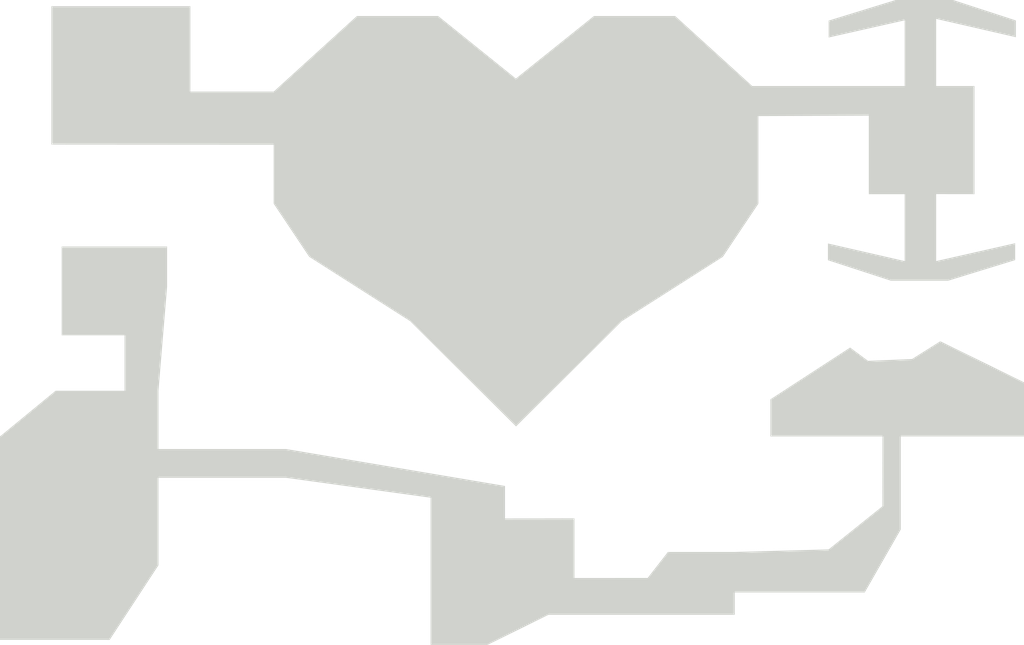
<source format=kicad_pcb>
(kicad_pcb
	(version 20241229)
	(generator "pcbnew")
	(generator_version "9.0")
	(general
		(thickness 1.6)
		(legacy_teardrops no)
	)
	(paper "A4")
	(layers
		(0 "F.Cu" signal)
		(2 "B.Cu" signal)
		(9 "F.Adhes" user "F.Adhesive")
		(11 "B.Adhes" user "B.Adhesive")
		(13 "F.Paste" user)
		(15 "B.Paste" user)
		(5 "F.SilkS" user "F.Silkscreen")
		(7 "B.SilkS" user "B.Silkscreen")
		(1 "F.Mask" user)
		(3 "B.Mask" user)
		(17 "Dwgs.User" user "User.Drawings")
		(19 "Cmts.User" user "User.Comments")
		(21 "Eco1.User" user "User.Eco1")
		(23 "Eco2.User" user "User.Eco2")
		(25 "Edge.Cuts" user)
		(27 "Margin" user)
		(31 "F.CrtYd" user "F.Courtyard")
		(29 "B.CrtYd" user "B.Courtyard")
		(35 "F.Fab" user)
		(33 "B.Fab" user)
		(39 "User.1" user)
		(41 "User.2" user)
		(43 "User.3" user)
		(45 "User.4" user)
	)
	(setup
		(pad_to_mask_clearance 0)
		(allow_soldermask_bridges_in_footprints no)
		(tenting front back)
		(pcbplotparams
			(layerselection 0x00000000_00000000_55555555_5755f5ff)
			(plot_on_all_layers_selection 0x00000000_00000000_00000000_00000000)
			(disableapertmacros no)
			(usegerberextensions yes)
			(usegerberattributes no)
			(usegerberadvancedattributes no)
			(creategerberjobfile no)
			(dashed_line_dash_ratio 12.000000)
			(dashed_line_gap_ratio 3.000000)
			(svgprecision 4)
			(plotframeref no)
			(mode 1)
			(useauxorigin no)
			(hpglpennumber 1)
			(hpglpenspeed 20)
			(hpglpendiameter 15.000000)
			(pdf_front_fp_property_popups yes)
			(pdf_back_fp_property_popups yes)
			(pdf_metadata yes)
			(pdf_single_document no)
			(dxfpolygonmode yes)
			(dxfimperialunits yes)
			(dxfusepcbnewfont yes)
			(psnegative no)
			(psa4output no)
			(plot_black_and_white yes)
			(plotinvisibletext no)
			(sketchpadsonfab no)
			(plotpadnumbers no)
			(hidednponfab no)
			(sketchdnponfab yes)
			(crossoutdnponfab yes)
			(subtractmaskfromsilk yes)
			(outputformat 1)
			(mirror no)
			(drillshape 0)
			(scaleselection 1)
			(outputdirectory "gerbers/")
		)
	)
	(net 0 "")
	(gr_poly
		(pts
			(xy 187.675 64.958571) (xy 181.413991 64.958571) (xy 181.413991 51.25) (xy 162.125 51.325) (xy 162.125 66.625)
			(xy 155.925 75.9) (xy 138.275 87.15) (xy 119.8 105.525) (xy 101.325 87.15) (xy 83.675 75.9) (xy 77.475 66.625)
			(xy 77.475 56.325) (xy 38.65 56.3) (xy 38.65 32.125) (xy 62.925 32.125) (xy 62.925 47.05) (xy 77.475 47.05)
			(xy 92 33.85) (xy 106.2 33.85) (xy 119.775 44.775) (xy 133.4 33.85) (xy 147.6 33.85) (xy 161.05 46.075)
			(xy 187.675 46.075) (xy 187.675 34.6) (xy 174.4 37.6) (xy 174.4 34.65) (xy 186.1 31.05) (xy 196.125 31.05)
			(xy 207.1 34.625) (xy 207.1 37.55) (xy 193.175674 34.35) (xy 193.175 46.073255) (xy 199.870633 46.073255)
			(xy 199.870633 64.958571) (xy 193.175 64.95) (xy 193.175 76.65) (xy 206.975 73.525) (xy 206.975 76.475)
			(xy 195.275 80.075) (xy 185.25 80.075) (xy 174.275 76.5) (xy 174.275 73.575) (xy 187.675 76.65)
		)
		(stroke
			(width 0)
			(type solid)
		)
		(fill yes)
		(layer "Edge.Cuts")
		(uuid "2f2fced9-4b04-4a13-bc7a-87024c6b1811")
	)
	(gr_poly
		(pts
			(xy 117.875 115.925) (xy 79.65 109.475) (xy 57.35 109.475) (xy 57.35 99.3) (xy 58.85878 81.125) (xy 58.85878 74.1)
			(xy 40.45 74.1) (xy 40.45 89.609795) (xy 51.425 89.609798) (xy 51.425 99.3) (xy 39.375 99.3) (xy 29.675 107.275)
			(xy 29.675 142.8) (xy 48.825 142.8) (xy 57.35 129.775) (xy 57.35 114.5) (xy 79.65 114.5) (xy 104.875 117.975)
			(xy 104.875 143.675) (xy 114.825 143.675) (xy 125.475 138.425) (xy 158 138.426719) (xy 158 134.525)
			(xy 180.7 134.525) (xy 187 123.514666) (xy 187 107.275) (xy 208.525 107.275) (xy 208.525 97.822586)
			(xy 193.9 90.65) (xy 188.975 93.75) (xy 181.275 94.075) (xy 178.15 91.75) (xy 164.225 100.8) (xy 164.225 107.275)
			(xy 183.8 107.275) (xy 183.788866 119.475) (xy 174.4 127) (xy 158 127.45) (xy 146.325 127.45) (xy 142.789085 131.990285)
			(xy 130 132) (xy 130 121.575) (xy 117.875 121.6)
		)
		(stroke
			(width 0)
			(type solid)
		)
		(fill yes)
		(layer "Edge.Cuts")
		(uuid "34f011f1-758c-4c80-a30c-7b53bd2dc0d7")
	)
	(embedded_fonts no)
)

</source>
